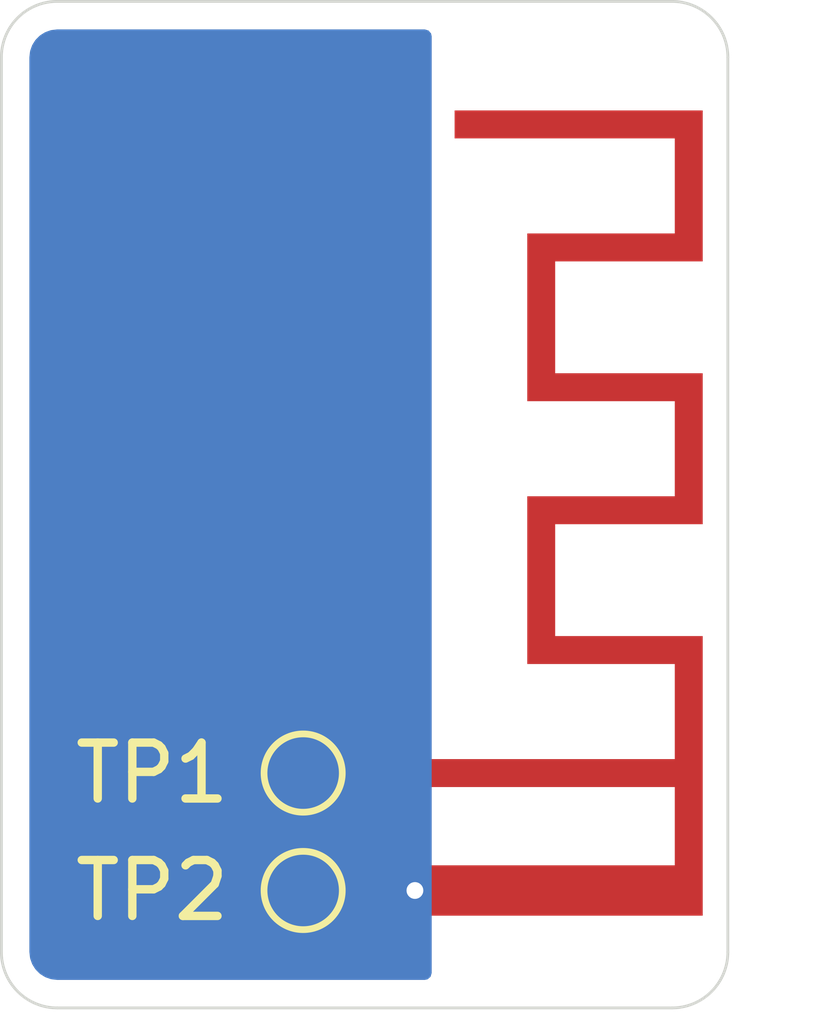
<source format=kicad_pcb>
(kicad_pcb (version 20221018) (generator pcbnew)
  (layers (0 "F.Cu" signal) (31 "B.Cu" signal) (34 "B.Paste" user) (35 "F.Paste" user) (36 "B.SilkS" user "B.Silkscreen") (37 "F.SilkS" user "F.Silkscreen") (38 "B.Mask" user) (39 "F.Mask" user) (44 "Edge.Cuts" user))
  (net 0 "")
  (net 1 "Net-(AE1-Pad1)")
  (net 2 "GND")
  (footprint "TestPoint:TestPoint_Pad_D1.0mm" (layer "F.Cu") (at 141.275 99.95)
    (fp_text reference "TP1" (at -2.7 0) (layer "F.SilkS"))
    (fp_text value "TestPoint")
    (fp_circle (center 0 0) (end 0 0.7) (stroke (width 0.12)) (fill none) (layer "F.SilkS"))
    (pad "1" smd circle (at 0 0) (size 1 1) (layers "F.Cu" "F.Mask") (net 1 "Net-(AE1-Pad1)"))
  )
  (footprint "TestPoint:TestPoint_Pad_D1.0mm" (layer "F.Cu") (at 141.275 102.05)
    (fp_text reference "TP2" (at -2.7 0) (layer "F.SilkS"))
    (fp_text value "TestPoint")
    (fp_circle (center 0 0) (end 0 0.7) (stroke (width 0.12)) (fill none) (layer "F.SilkS"))
    (pad "1" smd circle (at 0 0) (size 1 1) (layers "F.Cu" "F.Mask") (net 2 "GND"))
  )
  (footprint "RF_Antenna:Texas_SWRA117D_2.4GHz_Left" (layer "F.Cu") (at 143.275 99.95 -90)
    (fp_text reference "AE1" hide)
    (fp_text value "Antenna_Dipole")
    (fp_poly (pts (xy -2.45 -2.51) (xy -4.45 -2.51) (xy -4.45 -5.15) (xy -7.15 -5.15) (xy -7.15 -2.51) (xy -9.15 -2.51) (xy -9.15 -5.15) (xy -11.85 -5.15) (xy -11.85 -0.71) (xy -11.35 -0.71) (xy -11.35 -4.65) (xy -9.65 -4.65) (xy -9.65 -2.01) (xy -6.65 -2.01) (xy -6.65 -4.65) (xy -4.95 -4.65) (xy -4.95 -2.01) (xy -1.95 -2.01) (xy -1.95 -4.65) (xy -0.25 -4.65) (xy -0.25 0.25) (xy 0.25 0.25) (xy 0.25 -4.65) (xy 1.65 -4.65) (xy 1.65 0.25) (xy 2.55 0.25) (xy 2.55 0.006785) (xy 2.247583 0.006785) (xy 2.237742 0.054395) (xy 2.213674 0.096797) (xy 2.175731 0.129581) (xy 2.167819 0.133935) (xy 2.125156 0.146043) (xy 2.076637 0.1453) (xy 2.031122 0.1324) (xy 2.012511 0.121787) (xy 1.978868 0.086553) (xy 1.958309 0.041368) (xy 1.951778 -0.008158) (xy 1.960218 -0.056417) (xy 1.977112 -0.088643) (xy 2.012372 -0.121313) (xy 2.057682 -0.141408) (xy 2.107267 -0.147982) (xy 2.155353 -0.140092) (xy 2.188245 -0.123186) (xy 2.223185 -0.086416) (xy 2.242847 -0.041622) (xy 2.247583 0.006785) (xy 2.55 0.006785) (xy 2.55 -5.15) (xy -2.45 -5.15) (xy -2.45 -2.51)) (fill solid) (layer "F.Cu"))
    (pad "1" connect rect (at 0 0 270) (size 0.5 0.5) (layers "F.Cu") (net 1 "Net-(AE1-Pad1)"))
    (pad "2" thru_hole rect (at 2.1 0 270) (size 0.9 0.5) (drill 0.3) (layers "*.Cu") (net 2 "GND"))
  )
  (gr_line (start 148.875 87.15) (end 148.875 103.15) (stroke (width 0.05)) (layer "Edge.Cuts"))
  (gr_line (start 147.875 104.15) (end 136.875 104.15) (stroke (width 0.05)) (layer "Edge.Cuts"))
  (gr_arc (start 135.875 87.15) (mid 136.167893 86.442893) (end 136.875 86.15) (stroke (width 0.05)) (layer "Edge.Cuts"))
  (gr_arc (start 136.875 104.15) (mid 136.167893 103.857107) (end 135.875 103.15) (stroke (width 0.05)) (layer "Edge.Cuts"))
  (gr_line (start 135.875 103.15) (end 135.875 87.15) (stroke (width 0.05)) (layer "Edge.Cuts"))
  (gr_arc (start 148.875 103.15) (mid 148.582107 103.857107) (end 147.875 104.15) (stroke (width 0.05)) (layer "Edge.Cuts"))
  (gr_arc (start 147.875 86.15) (mid 148.582107 86.442893) (end 148.875 87.15) (stroke (width 0.05)) (layer "Edge.Cuts"))
  (gr_line (start 136.875 86.15) (end 147.875 86.15) (stroke (width 0.05)) (layer "Edge.Cuts"))
  (segment (start 143.275 99.95) (end 141.275 99.95) (width 0.2) (layer "F.Cu") (net 1))
  (segment (start 143.275 102.05) (end 141.275 102.05) (width 0.2) (layer "F.Cu") (net 2))
  (zone (net 2) (net_name "GND") (layer "B.Cu") (connect_pads (clearance 0.5)) (min_thickness 0.25) (fill yes (thermal_gap 0.5) (thermal_bridge_width 0.5))
    (polygon (pts (xy 143.575 104.15) (xy 143.575 86.15) (xy 135.875 86.15) (xy 135.875 104.15)))
  )
)
</source>
